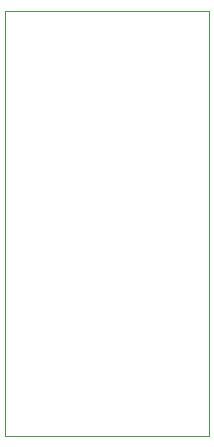
<source format=gbr>
%TF.GenerationSoftware,KiCad,Pcbnew,8.0.6*%
%TF.CreationDate,2024-11-28T00:53:07-05:00*%
%TF.ProjectId,wyt-dongle,7779742d-646f-46e6-976c-652e6b696361,rev?*%
%TF.SameCoordinates,Original*%
%TF.FileFunction,Profile,NP*%
%FSLAX46Y46*%
G04 Gerber Fmt 4.6, Leading zero omitted, Abs format (unit mm)*
G04 Created by KiCad (PCBNEW 8.0.6) date 2024-11-28 00:53:07*
%MOMM*%
%LPD*%
G01*
G04 APERTURE LIST*
%TA.AperFunction,Profile*%
%ADD10C,0.050000*%
%TD*%
G04 APERTURE END LIST*
D10*
X0Y0D02*
X17250000Y0D01*
X17250000Y-36000000D01*
X0Y-36000000D01*
X0Y0D01*
M02*

</source>
